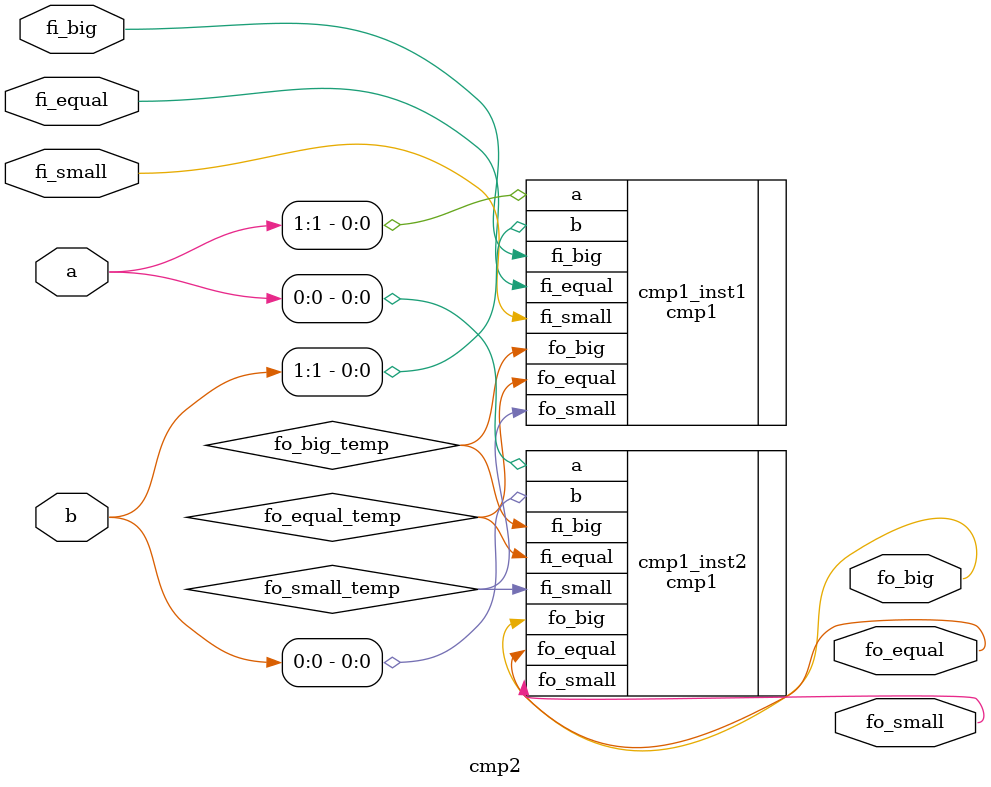
<source format=v>
module cmp2(
    input   wire    [1:0]   a,
    input   wire    [1:0]   b,
    input   wire                fi_big,
    input   wire                fi_equal,
    input   wire                fi_small,
 
    output      wire                fo_big,
    output      wire                fo_equal,
    output      wire                fo_small
);
 
    wire         fo_big_temp;
    wire         fo_equal_temp;
    wire         fo_small_temp;
 
        cmp1    cmp1_inst1(
            .a              (a[1]),
            .b              (b[1]),
            .fi_big     (fi_big),  
            .fi_equal   (fi_equal),
            .fi_small   (fi_small),
             
 
            .fo_big     (fo_big_temp), 
            .fo_equal   (fo_equal_temp),   
            .fo_small   (fo_small_temp)
        );
 
        cmp1    cmp1_inst2(
            .a              (a[0]),
            .b              (b[0]),
            .fi_big     (fo_big_temp), 
            .fi_equal   (fo_equal_temp),   
            .fi_small   (fo_small_temp),
             
            .fo_big     (fo_big),  
            .fo_equal   (fo_equal),
            .fo_small   (fo_small)
        ); 
 
endmodule
</source>
